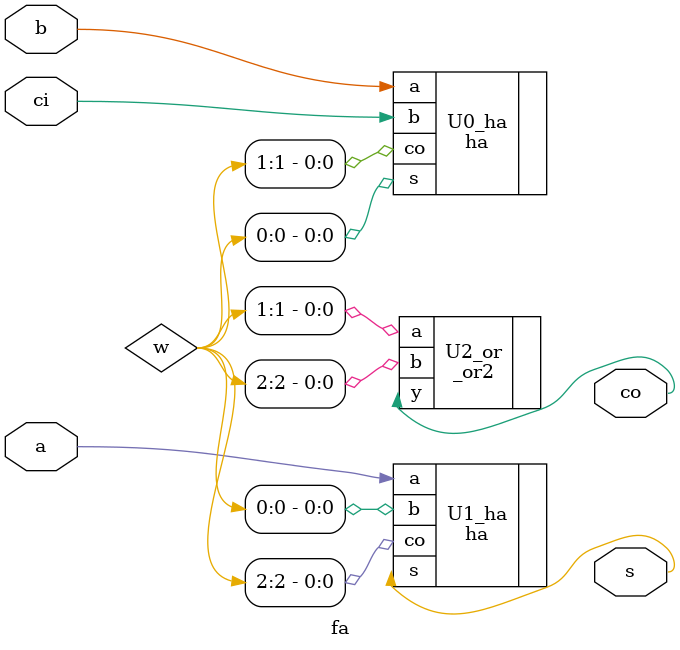
<source format=v>
module fa(a, b, ci, s, co); 
	input a, b, ci;
	output s, co;
	
	wire [2:0]w;
	
	ha U0_ha(.a(b), .b(ci), .s(w[0]), .co(w[1])); // put b, ci as input and put w[0], w[1] as output of halfadder
	ha U1_ha(.a(a), .b(w[0]), .s(s), .co(w[2])); // put a, w[0] as input and put s, w[2] as output of halfadder
	_or2 U2_or(.a(w[1]),.b(w[2]), .y(co)); // put w[1], w[2] as input and put co as output of OR gate
endmodule
</source>
